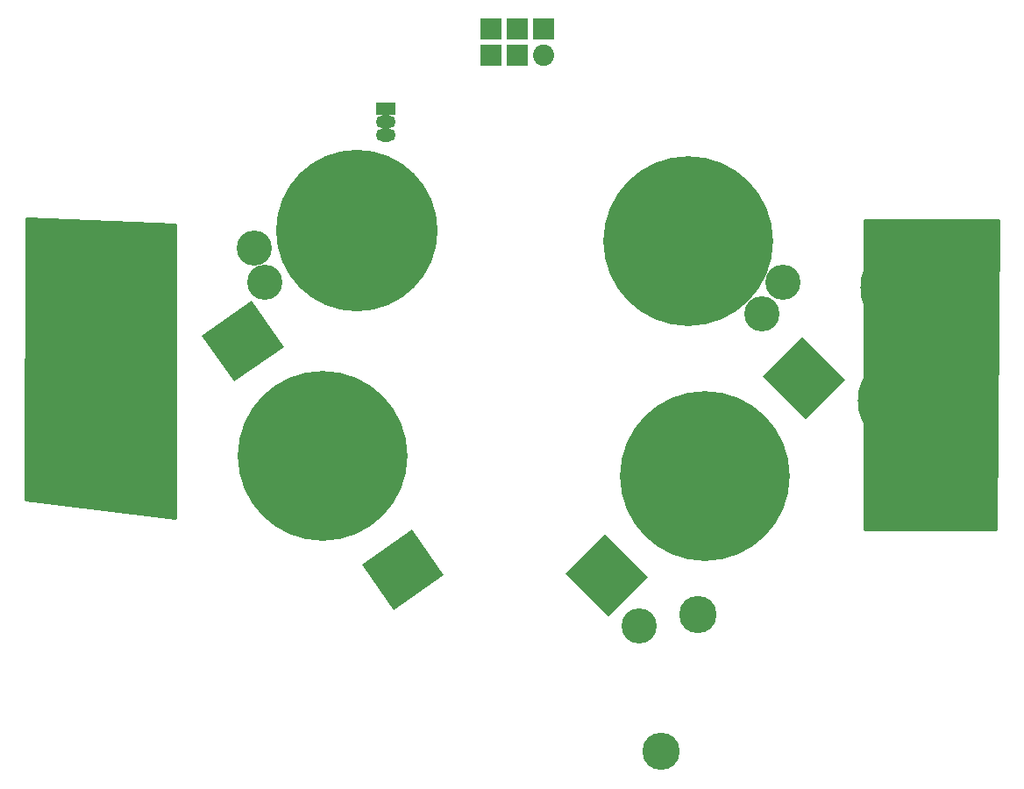
<source format=gbs>
G04 #@! TF.FileFunction,Soldermask,Bot*
%FSLAX46Y46*%
G04 Gerber Fmt 4.6, Leading zero omitted, Abs format (unit mm)*
G04 Created by KiCad (PCBNEW 4.0.7-e2-6376~58~ubuntu16.04.1) date Sun Nov 19 08:32:38 2017*
%MOMM*%
%LPD*%
G01*
G04 APERTURE LIST*
%ADD10C,0.100000*%
%ADD11C,15.600000*%
%ADD12C,16.400000*%
%ADD13C,3.600000*%
%ADD14C,3.400000*%
%ADD15R,2.051000X2.051000*%
%ADD16C,2.051000*%
%ADD17C,8.400000*%
%ADD18O,1.900000X1.300000*%
%ADD19R,1.900000X1.300000*%
%ADD20C,0.254000*%
G04 APERTURE END LIST*
D10*
D11*
X96287443Y-45161540D03*
D12*
X128287443Y-46161540D03*
D10*
G36*
X81311685Y-55332285D02*
X86144682Y-51948184D01*
X89241995Y-56371605D01*
X84408998Y-59755706D01*
X81311685Y-55332285D01*
X81311685Y-55332285D01*
G37*
D12*
X92991443Y-66869540D03*
D10*
G36*
X96740891Y-77367475D02*
X101573888Y-73983374D01*
X104671201Y-78406795D01*
X99838204Y-81790896D01*
X96740891Y-77367475D01*
X96740891Y-77367475D01*
G37*
G36*
X120583634Y-82405279D02*
X116411704Y-78233349D01*
X120230080Y-74414973D01*
X124402010Y-78586903D01*
X120583634Y-82405279D01*
X120583634Y-82405279D01*
G37*
D12*
X129917443Y-68899540D03*
D10*
G36*
X139604806Y-63384107D02*
X135432876Y-59212177D01*
X139251252Y-55393801D01*
X143423182Y-59565731D01*
X139604806Y-63384107D01*
X139604806Y-63384107D01*
G37*
D13*
X125652670Y-95467909D03*
X129198491Y-82234725D03*
D14*
X123528629Y-83303681D03*
D15*
X114275000Y-25691000D03*
X111735000Y-25691000D03*
X109195000Y-25691000D03*
D16*
X114275000Y-28231000D03*
D15*
X111735000Y-28231000D03*
X109195000Y-28231000D03*
D17*
X74703443Y-61535540D03*
X74703443Y-50613540D03*
X149125443Y-50613540D03*
X148871443Y-61535540D03*
D14*
X137441443Y-50105540D03*
X86387443Y-46803540D03*
X87403443Y-50105540D03*
X135409443Y-53153540D03*
D18*
X99087443Y-34611540D03*
X99087443Y-35881540D03*
D19*
X99087443Y-33341540D03*
D20*
G36*
X78710443Y-44541254D02*
X78710443Y-72906199D01*
X64295105Y-71157099D01*
X64384011Y-43932037D01*
X78710443Y-44541254D01*
X78710443Y-44541254D01*
G37*
X78710443Y-44541254D02*
X78710443Y-72906199D01*
X64295105Y-71157099D01*
X64384011Y-43932037D01*
X78710443Y-44541254D01*
G36*
X158021327Y-73987540D02*
X145274443Y-73987540D01*
X145274443Y-44171540D01*
X158229553Y-44171540D01*
X158021327Y-73987540D01*
X158021327Y-73987540D01*
G37*
X158021327Y-73987540D02*
X145274443Y-73987540D01*
X145274443Y-44171540D01*
X158229553Y-44171540D01*
X158021327Y-73987540D01*
M02*

</source>
